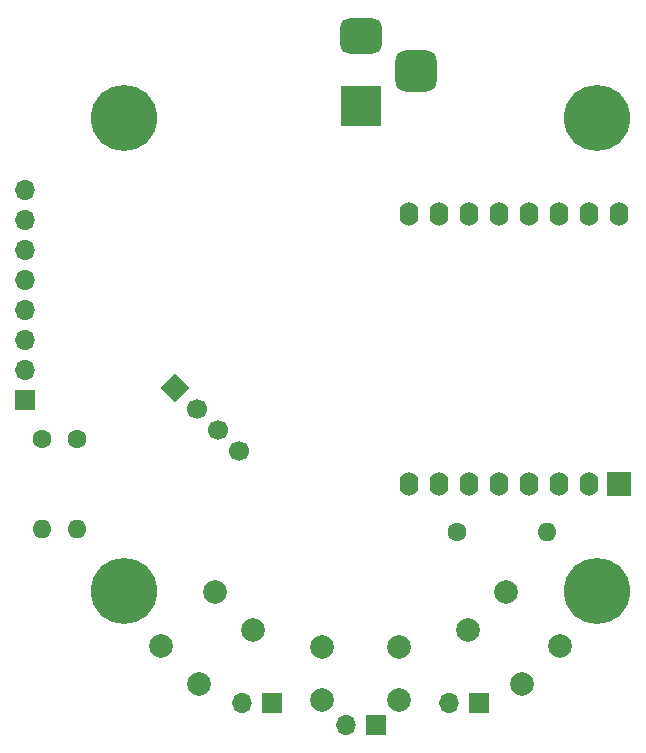
<source format=gbr>
%TF.GenerationSoftware,KiCad,Pcbnew,(6.0.2)*%
%TF.CreationDate,2022-06-07T16:02:26+02:00*%
%TF.ProjectId,RFID_Reader,52464944-5f52-4656-9164-65722e6b6963,rev?*%
%TF.SameCoordinates,Original*%
%TF.FileFunction,Soldermask,Bot*%
%TF.FilePolarity,Negative*%
%FSLAX46Y46*%
G04 Gerber Fmt 4.6, Leading zero omitted, Abs format (unit mm)*
G04 Created by KiCad (PCBNEW (6.0.2)) date 2022-06-07 16:02:26*
%MOMM*%
%LPD*%
G01*
G04 APERTURE LIST*
G04 Aperture macros list*
%AMRoundRect*
0 Rectangle with rounded corners*
0 $1 Rounding radius*
0 $2 $3 $4 $5 $6 $7 $8 $9 X,Y pos of 4 corners*
0 Add a 4 corners polygon primitive as box body*
4,1,4,$2,$3,$4,$5,$6,$7,$8,$9,$2,$3,0*
0 Add four circle primitives for the rounded corners*
1,1,$1+$1,$2,$3*
1,1,$1+$1,$4,$5*
1,1,$1+$1,$6,$7*
1,1,$1+$1,$8,$9*
0 Add four rect primitives between the rounded corners*
20,1,$1+$1,$2,$3,$4,$5,0*
20,1,$1+$1,$4,$5,$6,$7,0*
20,1,$1+$1,$6,$7,$8,$9,0*
20,1,$1+$1,$8,$9,$2,$3,0*%
%AMHorizOval*
0 Thick line with rounded ends*
0 $1 width*
0 $2 $3 position (X,Y) of the first rounded end (center of the circle)*
0 $4 $5 position (X,Y) of the second rounded end (center of the circle)*
0 Add line between two ends*
20,1,$1,$2,$3,$4,$5,0*
0 Add two circle primitives to create the rounded ends*
1,1,$1,$2,$3*
1,1,$1,$4,$5*%
%AMRotRect*
0 Rectangle, with rotation*
0 The origin of the aperture is its center*
0 $1 length*
0 $2 width*
0 $3 Rotation angle, in degrees counterclockwise*
0 Add horizontal line*
21,1,$1,$2,0,0,$3*%
G04 Aperture macros list end*
%ADD10C,5.600000*%
%ADD11C,2.000000*%
%ADD12RotRect,1.700000X1.700000X45.000000*%
%ADD13HorizOval,1.700000X0.000000X0.000000X0.000000X0.000000X0*%
%ADD14C,1.600000*%
%ADD15O,1.600000X1.600000*%
%ADD16R,1.700000X1.700000*%
%ADD17O,1.700000X1.700000*%
%ADD18R,3.500000X3.500000*%
%ADD19RoundRect,0.750000X-1.000000X0.750000X-1.000000X-0.750000X1.000000X-0.750000X1.000000X0.750000X0*%
%ADD20RoundRect,0.875000X-0.875000X0.875000X-0.875000X-0.875000X0.875000X-0.875000X0.875000X0.875000X0*%
%ADD21R,2.000000X2.000000*%
%ADD22O,1.600000X2.000000*%
G04 APERTURE END LIST*
D10*
%TO.C,Hole4*%
X220000000Y-63000000D03*
%TD*%
D11*
%TO.C,SW1*%
X216889088Y-107707107D03*
X212292894Y-103110913D03*
X213707108Y-110889088D03*
X209110913Y-106292894D03*
%TD*%
D12*
%TO.C,J1*%
X184312994Y-85812994D03*
D13*
X186109045Y-87609045D03*
X187905096Y-89405096D03*
X189701148Y-91201148D03*
%TD*%
D11*
%TO.C,SW3*%
X183110913Y-107707107D03*
X187707107Y-103110913D03*
X190889088Y-106292893D03*
X186292894Y-110889088D03*
%TD*%
D10*
%TO.C,Hole1*%
X180000000Y-103000000D03*
%TD*%
D14*
%TO.C,R2*%
X173000000Y-90190000D03*
D15*
X173000000Y-97810000D03*
%TD*%
D14*
%TO.C,R1*%
X208190000Y-98000000D03*
D15*
X215810000Y-98000000D03*
%TD*%
D11*
%TO.C,SW2*%
X203250000Y-107750000D03*
X196750000Y-107750000D03*
X196750000Y-112250000D03*
X203250000Y-112250000D03*
%TD*%
D14*
%TO.C,R3*%
X176000000Y-90190000D03*
D15*
X176000000Y-97810000D03*
%TD*%
D10*
%TO.C,Hole2*%
X220000000Y-103000000D03*
%TD*%
%TO.C,Hole3*%
X180000000Y-63000000D03*
%TD*%
D16*
%TO.C,J3*%
X171625000Y-86875000D03*
D17*
X171625000Y-84335000D03*
X171625000Y-81795000D03*
X171625000Y-79255000D03*
X171625000Y-76715000D03*
X171625000Y-74175000D03*
X171625000Y-71635000D03*
X171625000Y-69095000D03*
%TD*%
D16*
%TO.C,JSW3*%
X192500000Y-112500000D03*
D17*
X189960000Y-112500000D03*
%TD*%
D16*
%TO.C,JSW2*%
X201275000Y-114375000D03*
D17*
X198735000Y-114375000D03*
%TD*%
D18*
%TO.C,J2*%
X200000000Y-62000000D03*
D19*
X200000000Y-56000000D03*
D20*
X204700000Y-59000000D03*
%TD*%
D21*
%TO.C,U1*%
X221890000Y-93945000D03*
D22*
X219350000Y-93945000D03*
X216810000Y-93945000D03*
X214270000Y-93945000D03*
X211730000Y-93945000D03*
X209190000Y-93945000D03*
X206650000Y-93945000D03*
X204110000Y-93945000D03*
X204110000Y-71085000D03*
X206650000Y-71085000D03*
X209190000Y-71085000D03*
X211730000Y-71085000D03*
X214270000Y-71085000D03*
X216810000Y-71085000D03*
X219350000Y-71085000D03*
X221890000Y-71085000D03*
%TD*%
D16*
%TO.C,JSW1*%
X210000000Y-112500000D03*
D17*
X207460000Y-112500000D03*
%TD*%
M02*

</source>
